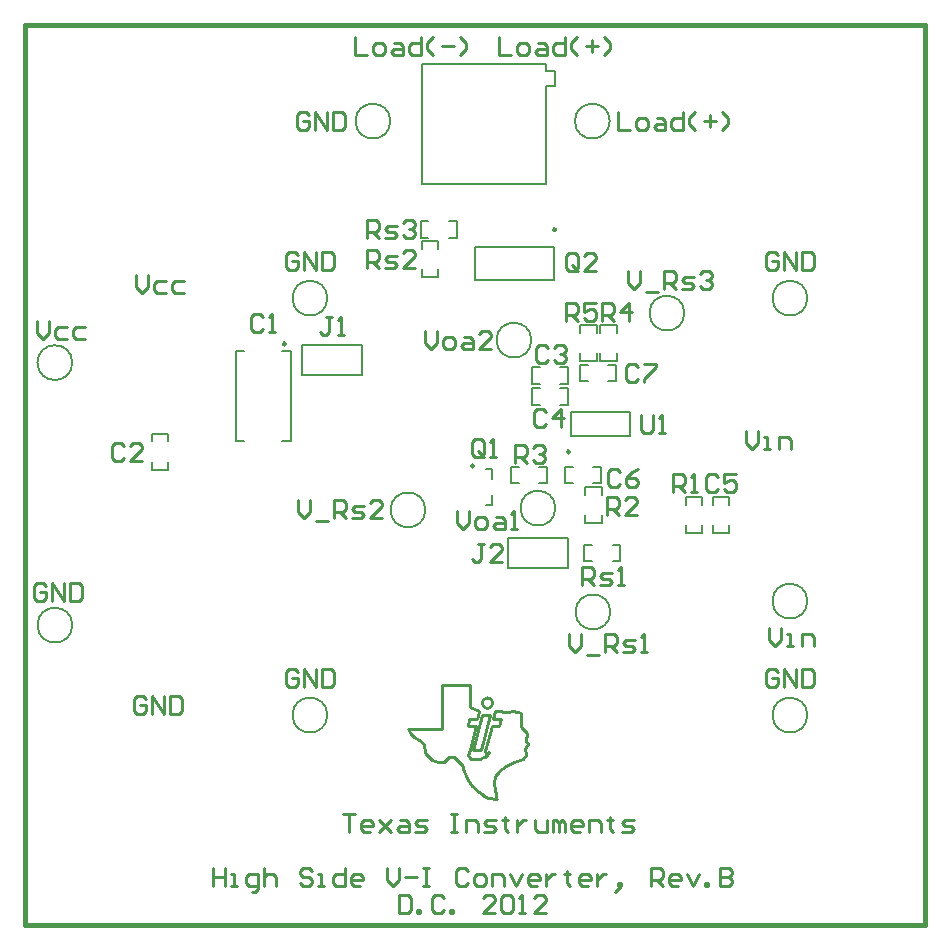
<source format=gto>
%FSLAX24Y24*%
%MOIN*%
G70*
G01*
G75*
G04 Layer_Color=65535*
%ADD10R,0.0394X0.0374*%
%ADD11R,0.0374X0.0394*%
%ADD12R,0.1299X0.0945*%
%ADD13R,0.0394X0.0945*%
%ADD14R,0.0965X0.1004*%
%ADD15O,0.0236X0.0748*%
%ADD16R,0.0591X0.0236*%
%ADD17C,0.0450*%
%ADD18C,0.0250*%
%ADD19C,0.0500*%
%ADD20C,0.1000*%
%ADD21C,0.0200*%
%ADD22C,0.0800*%
%ADD23C,0.3937*%
%ADD24R,0.0750X0.0750*%
%ADD25C,0.0748*%
%ADD26C,0.0591*%
%ADD27R,0.0591X0.0591*%
%ADD28C,0.0950*%
%ADD29C,0.1000*%
%ADD30C,0.0500*%
%ADD31C,0.0250*%
%ADD32C,0.0070*%
%ADD33C,0.0098*%
%ADD34C,0.0098*%
%ADD35C,0.0079*%
%ADD36C,0.0150*%
%ADD37C,0.0100*%
D32*
X13350Y13840D02*
G03*
X13350Y13840I-580J0D01*
G01*
X17680Y13900D02*
G03*
X17680Y13900I-580J0D01*
G01*
X26080Y10800D02*
G03*
X26080Y10800I-580J0D01*
G01*
X21980Y20400D02*
G03*
X21980Y20400I-580J0D01*
G01*
X1580Y10000D02*
G03*
X1580Y10000I-580J0D01*
G01*
Y18750D02*
G03*
X1580Y18750I-580J0D01*
G01*
X19515Y10440D02*
G03*
X19515Y10440I-580J0D01*
G01*
X16880Y19500D02*
G03*
X16880Y19500I-580J0D01*
G01*
X19495Y26800D02*
G03*
X19495Y26800I-580J0D01*
G01*
X26080Y7000D02*
G03*
X26080Y7000I-580J0D01*
G01*
X10080Y7001D02*
G03*
X10080Y7001I-580J0D01*
G01*
Y20899D02*
G03*
X10080Y20899I-580J0D01*
G01*
X26080D02*
G03*
X26080Y20899I-580J0D01*
G01*
X12180Y26800D02*
G03*
X12180Y26800I-580J0D01*
G01*
X14134Y22910D02*
X14394D01*
Y23455D01*
X14134D02*
X14394D01*
X13194D02*
X13454D01*
X13194Y22910D02*
Y23455D01*
Y22910D02*
X13454D01*
X13227Y22540D02*
Y22800D01*
X13772D01*
Y22540D02*
Y22800D01*
Y21600D02*
Y21860D01*
X13227Y21600D02*
X13772D01*
X13227D02*
Y21860D01*
X22027Y14010D02*
Y14270D01*
X22572D01*
Y14010D02*
Y14270D01*
Y13070D02*
Y13330D01*
X22027Y13070D02*
X22572D01*
X22027D02*
Y13330D01*
X19223Y13400D02*
Y13660D01*
X18678Y13400D02*
X19223D01*
X18678D02*
Y13660D01*
Y14340D02*
Y14600D01*
X19223D01*
Y14340D02*
Y14600D01*
X18500Y18673D02*
X18760D01*
X18500Y18128D02*
Y18673D01*
Y18128D02*
X18760D01*
X19440D02*
X19700D01*
Y18673D01*
X19440D02*
X19700D01*
X19177Y19740D02*
Y20000D01*
X19722D01*
Y19740D02*
Y20000D01*
Y18800D02*
Y19060D01*
X19177Y18800D02*
X19722D01*
X19177D02*
Y19060D01*
X18512Y19740D02*
Y20000D01*
X19057D01*
Y19740D02*
Y20000D01*
Y18800D02*
Y19060D01*
X18512Y18800D02*
X19057D01*
X18512D02*
Y19060D01*
X18650Y12127D02*
X18910D01*
X18650D02*
Y12672D01*
X18910D01*
X19590D02*
X19850D01*
Y12127D02*
Y12672D01*
X19590Y12127D02*
X19850D01*
X4773Y15184D02*
Y15444D01*
X4228Y15184D02*
X4773D01*
X4228D02*
Y15444D01*
Y16124D02*
Y16384D01*
X4773D01*
Y16124D02*
Y16384D01*
X8856Y16129D02*
Y19121D01*
X7044Y16129D02*
Y19121D01*
X8585D02*
X8856D01*
X8585Y16129D02*
X8856D01*
X7044Y19121D02*
X7315D01*
X7044Y16129D02*
X7315D01*
X13250Y24711D02*
Y28691D01*
Y24711D02*
X17360D01*
X17370Y27961D02*
X17680D01*
X17370Y24711D02*
Y27961D01*
Y28481D02*
Y28691D01*
Y28481D02*
X17680D01*
X13250Y28691D02*
X17360D01*
X17680Y27961D02*
Y28481D01*
X16900Y18053D02*
X17160D01*
X16900D02*
Y18597D01*
X17160D01*
X17840D02*
X18100D01*
Y18053D02*
Y18597D01*
X17840Y18053D02*
X18100D01*
X16900Y17353D02*
X17160D01*
X16900D02*
Y17897D01*
X17160D01*
X17840D02*
X18100D01*
Y17353D02*
Y17897D01*
X17840Y17353D02*
X18100D01*
X16200Y14727D02*
X16460D01*
X16200D02*
Y15272D01*
X16460D01*
X17140D02*
X17400D01*
Y14727D02*
Y15272D01*
X17140Y14727D02*
X17400D01*
X18940Y15273D02*
X19200D01*
Y14728D02*
Y15273D01*
X18940Y14728D02*
X19200D01*
X18000D02*
X18260D01*
X18000D02*
Y15273D01*
X18260D01*
X23473Y13070D02*
Y13330D01*
X22928Y13070D02*
X23473D01*
X22928D02*
Y13330D01*
Y14010D02*
Y14270D01*
X23473D01*
Y14010D02*
Y14270D01*
D33*
X17698Y23183D02*
G03*
X17698Y23183I-49J0D01*
G01*
X8698Y19373D02*
G03*
X8698Y19373I-49J0D01*
G01*
X18165Y15775D02*
G03*
X18165Y15775I-49J0D01*
G01*
X14975Y15309D02*
G03*
X14975Y15309I-49J0D01*
G01*
D34*
X15597Y7398D02*
G03*
X15597Y7398I-175J0D01*
G01*
X15132Y7118D02*
Y7148D01*
X15662Y7138D02*
X15842Y7148D01*
X14932Y5848D02*
X15242Y7008D01*
X16132Y7098D02*
X16242Y7128D01*
X16452Y7098D01*
X15842Y7148D02*
X15962Y7118D01*
X13902Y6628D02*
Y7988D01*
X13822Y6548D02*
X13902D01*
X12782D02*
X13822D01*
X12782D02*
X12802Y6508D01*
X12852Y6388D01*
X12962Y6278D01*
X13132Y6178D01*
X13292Y6048D01*
X13352Y5728D02*
X13572Y5508D01*
X13662Y5458D01*
X13762Y5448D01*
X13982D01*
X14122Y5588D01*
X14312D01*
X14372Y5528D01*
X14592Y5308D01*
Y5218D02*
Y5308D01*
Y5218D02*
X14752Y4908D01*
X14882Y4678D01*
X15122Y4438D01*
X15222Y4378D01*
X15282Y4328D01*
X15312Y4308D01*
X15432Y4228D01*
X15742Y4198D01*
X15712Y4218D02*
X15742Y4198D01*
X15692Y4378D02*
X15712Y4218D01*
X15662Y4518D02*
X15692Y4378D01*
X15642Y4728D02*
X15662Y4518D01*
X15642Y4728D02*
X15672Y4958D01*
X15792Y5118D02*
X15812Y5138D01*
X16032Y5318D01*
X16312Y5448D01*
X16512Y5508D01*
X16612Y5528D01*
X16712Y5668D01*
X16682Y5888D02*
X16712Y5668D01*
X16682Y5888D02*
X16712Y5928D01*
X16772Y6038D01*
X16542Y6598D02*
X16722Y6388D01*
X16542Y6598D02*
Y7058D01*
X16452Y7098D02*
X16542Y7058D01*
X16032Y7108D02*
X16132Y7098D01*
X15962Y7118D02*
X16032Y7108D01*
X14822Y7258D02*
X15132Y7148D01*
X14822Y7968D02*
Y7988D01*
X13902D02*
X14822D01*
Y7258D02*
Y7968D01*
X13902Y6548D02*
Y6628D01*
X15082Y6868D02*
X15132Y7108D01*
X14812Y6868D02*
X15082D01*
X14782Y6648D02*
X14812Y6868D01*
X14782Y6648D02*
X15032D01*
X14792Y5738D02*
X15032Y6648D01*
X14772Y5678D02*
X14792Y5738D01*
X15212Y5558D02*
X15292Y5588D01*
X15342Y5608D01*
X15422Y5688D01*
X15482Y5778D01*
X15382Y5748D02*
X15482Y5778D01*
X15332Y5758D02*
X15382Y5748D01*
X15332Y5758D02*
X15342Y5818D01*
X15562Y6648D01*
X15812D01*
X15862Y6868D01*
X15612D02*
X15862D01*
X15612D02*
X15662Y7138D01*
X14892Y5548D02*
X15002Y5528D01*
X15102D01*
X15242Y7008D02*
X15512D01*
X15202Y5848D02*
X15512Y7008D01*
X14932Y5848D02*
X15202D01*
X15102Y5528D02*
X15192Y5548D01*
X14772Y5668D02*
X14812Y5588D01*
X14882Y5548D01*
X13292Y6048D02*
X13352Y5728D01*
X15672Y4958D02*
X15792Y5118D01*
X16712Y6138D02*
X16722Y6388D01*
X16712Y6138D02*
X16772Y6038D01*
D35*
X15011Y21490D02*
Y22592D01*
X17649Y21490D02*
Y22592D01*
X15011Y21490D02*
X17649D01*
X15011Y22592D02*
X17649D01*
X9250Y19337D02*
X11250D01*
X9250Y18337D02*
Y19337D01*
Y18337D02*
X11250D01*
Y19337D01*
X18216Y16306D02*
X20184D01*
X18216Y17094D02*
X20184D01*
X18216Y16306D02*
Y17094D01*
X20184Y16306D02*
Y17094D01*
X15576Y14009D02*
Y14324D01*
X15379Y14009D02*
X15576D01*
Y14876D02*
Y15191D01*
X15379D02*
X15576D01*
X16100Y12900D02*
X18100D01*
X16100Y11900D02*
Y12900D01*
Y11900D02*
X18100D01*
Y12900D01*
D36*
X0Y30000D02*
X30000D01*
Y0D02*
Y30000D01*
X0Y0D02*
X30000D01*
X0D02*
Y30000D01*
D37*
X9100Y14180D02*
Y13780D01*
X9300Y13580D01*
X9500Y13780D01*
Y14180D01*
X9700Y13480D02*
X10100D01*
X10300Y13580D02*
Y14180D01*
X10600D01*
X10699Y14080D01*
Y13880D01*
X10600Y13780D01*
X10300D01*
X10500D02*
X10699Y13580D01*
X10899D02*
X11199D01*
X11299Y13680D01*
X11199Y13780D01*
X10999D01*
X10899Y13880D01*
X10999Y13980D01*
X11299D01*
X11899Y13580D02*
X11499D01*
X11899Y13980D01*
Y14080D01*
X11799Y14180D01*
X11599D01*
X11499Y14080D01*
X20430Y18600D02*
X20330Y18700D01*
X20130D01*
X20030Y18600D01*
Y18200D01*
X20130Y18100D01*
X20330D01*
X20430Y18200D01*
X20630Y18700D02*
X21030D01*
Y18600D01*
X20630Y18200D01*
Y18100D01*
X11410Y22900D02*
Y23500D01*
X11710D01*
X11810Y23400D01*
Y23200D01*
X11710Y23100D01*
X11410D01*
X11610D02*
X11810Y22900D01*
X12010D02*
X12310D01*
X12410Y23000D01*
X12310Y23100D01*
X12110D01*
X12010Y23200D01*
X12110Y23300D01*
X12410D01*
X12610Y23400D02*
X12710Y23500D01*
X12910D01*
X13009Y23400D01*
Y23300D01*
X12910Y23200D01*
X12810D01*
X12910D01*
X13009Y23100D01*
Y23000D01*
X12910Y22900D01*
X12710D01*
X12610Y23000D01*
X20100Y21800D02*
Y21400D01*
X20300Y21200D01*
X20500Y21400D01*
Y21800D01*
X20700Y21100D02*
X21100D01*
X21300Y21200D02*
Y21800D01*
X21600D01*
X21699Y21700D01*
Y21500D01*
X21600Y21400D01*
X21300D01*
X21500D02*
X21699Y21200D01*
X21899D02*
X22199D01*
X22299Y21300D01*
X22199Y21400D01*
X21999D01*
X21899Y21500D01*
X21999Y21600D01*
X22299D01*
X22499Y21700D02*
X22599Y21800D01*
X22799D01*
X22899Y21700D01*
Y21600D01*
X22799Y21500D01*
X22699D01*
X22799D01*
X22899Y21400D01*
Y21300D01*
X22799Y21200D01*
X22599D01*
X22499Y21300D01*
X20540Y17000D02*
Y16500D01*
X20640Y16400D01*
X20840D01*
X20940Y16500D01*
Y17000D01*
X21140Y16400D02*
X21340D01*
X21240D01*
Y17000D01*
X21140Y16900D01*
X7950Y20275D02*
X7850Y20375D01*
X7650D01*
X7550Y20275D01*
Y19875D01*
X7650Y19775D01*
X7850D01*
X7950Y19875D01*
X8150Y19775D02*
X8350D01*
X8250D01*
Y20375D01*
X8150Y20275D01*
X3290Y15984D02*
X3190Y16084D01*
X2990D01*
X2890Y15984D01*
Y15584D01*
X2990Y15484D01*
X3190D01*
X3290Y15584D01*
X3890Y15484D02*
X3490D01*
X3890Y15884D01*
Y15984D01*
X3790Y16084D01*
X3590D01*
X3490Y15984D01*
X17430Y19250D02*
X17330Y19350D01*
X17130D01*
X17030Y19250D01*
Y18850D01*
X17130Y18750D01*
X17330D01*
X17430Y18850D01*
X17630Y19250D02*
X17730Y19350D01*
X17930D01*
X18030Y19250D01*
Y19150D01*
X17930Y19050D01*
X17830D01*
X17930D01*
X18030Y18950D01*
Y18850D01*
X17930Y18750D01*
X17730D01*
X17630Y18850D01*
X17360Y17120D02*
X17260Y17220D01*
X17060D01*
X16960Y17120D01*
Y16720D01*
X17060Y16620D01*
X17260D01*
X17360Y16720D01*
X17860Y16620D02*
Y17220D01*
X17560Y16920D01*
X17960D01*
X23100Y14945D02*
X23000Y15045D01*
X22800D01*
X22700Y14945D01*
Y14545D01*
X22800Y14445D01*
X23000D01*
X23100Y14545D01*
X23700Y15045D02*
X23300D01*
Y14745D01*
X23500Y14845D01*
X23600D01*
X23700Y14745D01*
Y14545D01*
X23600Y14445D01*
X23400D01*
X23300Y14545D01*
X19850Y15100D02*
X19750Y15200D01*
X19550D01*
X19450Y15100D01*
Y14700D01*
X19550Y14600D01*
X19750D01*
X19850Y14700D01*
X20450Y15200D02*
X20250Y15100D01*
X20050Y14900D01*
Y14700D01*
X20150Y14600D01*
X20350D01*
X20450Y14700D01*
Y14800D01*
X20350Y14900D01*
X20050D01*
X3700Y21660D02*
Y21260D01*
X3900Y21060D01*
X4100Y21260D01*
Y21660D01*
X4700Y21460D02*
X4400D01*
X4300Y21360D01*
Y21160D01*
X4400Y21060D01*
X4700D01*
X5299Y21460D02*
X5000D01*
X4900Y21360D01*
Y21160D01*
X5000Y21060D01*
X5299D01*
X10250Y20280D02*
X10050D01*
X10150D01*
Y19780D01*
X10050Y19680D01*
X9950D01*
X9850Y19780D01*
X10450Y19680D02*
X10650D01*
X10550D01*
Y20280D01*
X10450Y20180D01*
X4050Y7550D02*
X3950Y7650D01*
X3750D01*
X3650Y7550D01*
Y7150D01*
X3750Y7050D01*
X3950D01*
X4050Y7150D01*
Y7350D01*
X3850D01*
X4250Y7050D02*
Y7650D01*
X4650Y7050D01*
Y7650D01*
X4850D02*
Y7050D01*
X5150D01*
X5249Y7150D01*
Y7550D01*
X5150Y7650D01*
X4850D01*
X24040Y16460D02*
Y16060D01*
X24240Y15860D01*
X24440Y16060D01*
Y16460D01*
X24640Y15860D02*
X24840D01*
X24740D01*
Y16260D01*
X24640D01*
X25140Y15860D02*
Y16260D01*
X25440D01*
X25540Y16160D01*
Y15860D01*
X18430Y21900D02*
Y22300D01*
X18330Y22400D01*
X18130D01*
X18030Y22300D01*
Y21900D01*
X18130Y21800D01*
X18330D01*
X18230Y22000D02*
X18430Y21800D01*
X18330D02*
X18430Y21900D01*
X19030Y21800D02*
X18630D01*
X19030Y22200D01*
Y22300D01*
X18930Y22400D01*
X18730D01*
X18630Y22300D01*
X15300Y15700D02*
Y16100D01*
X15200Y16200D01*
X15000D01*
X14900Y16100D01*
Y15700D01*
X15000Y15600D01*
X15200D01*
X15100Y15800D02*
X15300Y15600D01*
X15200D02*
X15300Y15700D01*
X15500Y15600D02*
X15700D01*
X15600D01*
Y16200D01*
X15500Y16100D01*
X21600Y14445D02*
Y15045D01*
X21900D01*
X22000Y14945D01*
Y14745D01*
X21900Y14645D01*
X21600D01*
X21800D02*
X22000Y14445D01*
X22200D02*
X22400D01*
X22300D01*
Y15045D01*
X22200Y14945D01*
X19240Y20150D02*
Y20750D01*
X19540D01*
X19640Y20650D01*
Y20450D01*
X19540Y20350D01*
X19240D01*
X19440D02*
X19640Y20150D01*
X20140D02*
Y20750D01*
X19840Y20450D01*
X20240D01*
X18030Y20150D02*
Y20750D01*
X18330D01*
X18430Y20650D01*
Y20450D01*
X18330Y20350D01*
X18030D01*
X18230D02*
X18430Y20150D01*
X19030Y20750D02*
X18630D01*
Y20450D01*
X18830Y20550D01*
X18930D01*
X19030Y20450D01*
Y20250D01*
X18930Y20150D01*
X18730D01*
X18630Y20250D01*
X16330Y15400D02*
Y16000D01*
X16630D01*
X16730Y15900D01*
Y15700D01*
X16630Y15600D01*
X16330D01*
X16530D02*
X16730Y15400D01*
X16930Y15900D02*
X17030Y16000D01*
X17230D01*
X17330Y15900D01*
Y15800D01*
X17230Y15700D01*
X17130D01*
X17230D01*
X17330Y15600D01*
Y15500D01*
X17230Y15400D01*
X17030D01*
X16930Y15500D01*
X19400Y13660D02*
Y14260D01*
X19700D01*
X19800Y14160D01*
Y13960D01*
X19700Y13860D01*
X19400D01*
X19600D02*
X19800Y13660D01*
X20400D02*
X20000D01*
X20400Y14060D01*
Y14160D01*
X20300Y14260D01*
X20100D01*
X20000Y14160D01*
X400Y20150D02*
Y19750D01*
X600Y19550D01*
X800Y19750D01*
Y20150D01*
X1400Y19950D02*
X1100D01*
X1000Y19850D01*
Y19650D01*
X1100Y19550D01*
X1400D01*
X1999Y19950D02*
X1700D01*
X1600Y19850D01*
Y19650D01*
X1700Y19550D01*
X1999D01*
X25100Y22329D02*
X25000Y22429D01*
X24800D01*
X24700Y22329D01*
Y21929D01*
X24800Y21829D01*
X25000D01*
X25100Y21929D01*
Y22129D01*
X24900D01*
X25300Y21829D02*
Y22429D01*
X25700Y21829D01*
Y22429D01*
X25900D02*
Y21829D01*
X26200D01*
X26299Y21929D01*
Y22329D01*
X26200Y22429D01*
X25900D01*
X9100Y22329D02*
X9000Y22429D01*
X8800D01*
X8700Y22329D01*
Y21929D01*
X8800Y21829D01*
X9000D01*
X9100Y21929D01*
Y22129D01*
X8900D01*
X9300Y21829D02*
Y22429D01*
X9700Y21829D01*
Y22429D01*
X9900D02*
Y21829D01*
X10200D01*
X10299Y21929D01*
Y22329D01*
X10200Y22429D01*
X9900D01*
X700Y11300D02*
X600Y11400D01*
X400D01*
X300Y11300D01*
Y10900D01*
X400Y10800D01*
X600D01*
X700Y10900D01*
Y11100D01*
X500D01*
X900Y10800D02*
Y11400D01*
X1300Y10800D01*
Y11400D01*
X1500D02*
Y10800D01*
X1800D01*
X1899Y10900D01*
Y11300D01*
X1800Y11400D01*
X1500D01*
X9470Y27000D02*
X9370Y27100D01*
X9170D01*
X9070Y27000D01*
Y26600D01*
X9170Y26500D01*
X9370D01*
X9470Y26600D01*
Y26800D01*
X9270D01*
X9670Y26500D02*
Y27100D01*
X10070Y26500D01*
Y27100D01*
X10270D02*
Y26500D01*
X10570D01*
X10669Y26600D01*
Y27000D01*
X10570Y27100D01*
X10270D01*
X9100Y8431D02*
X9000Y8531D01*
X8800D01*
X8700Y8431D01*
Y8031D01*
X8800Y7931D01*
X9000D01*
X9100Y8031D01*
Y8231D01*
X8900D01*
X9300Y7931D02*
Y8531D01*
X9700Y7931D01*
Y8531D01*
X9900D02*
Y7931D01*
X10200D01*
X10299Y8031D01*
Y8431D01*
X10200Y8531D01*
X9900D01*
X24800Y9900D02*
Y9500D01*
X25000Y9300D01*
X25200Y9500D01*
Y9900D01*
X25400Y9300D02*
X25600D01*
X25500D01*
Y9700D01*
X25400D01*
X25900Y9300D02*
Y9700D01*
X26200D01*
X26300Y9600D01*
Y9300D01*
X14400Y13800D02*
Y13400D01*
X14600Y13200D01*
X14800Y13400D01*
Y13800D01*
X15100Y13200D02*
X15300D01*
X15400Y13300D01*
Y13500D01*
X15300Y13600D01*
X15100D01*
X15000Y13500D01*
Y13300D01*
X15100Y13200D01*
X15700Y13600D02*
X15900D01*
X15999Y13500D01*
Y13200D01*
X15700D01*
X15600Y13300D01*
X15700Y13400D01*
X15999D01*
X16199Y13200D02*
X16399D01*
X16299D01*
Y13800D01*
X16199Y13700D01*
X19755Y27100D02*
Y26500D01*
X20155D01*
X20455D02*
X20655D01*
X20755Y26600D01*
Y26800D01*
X20655Y26900D01*
X20455D01*
X20355Y26800D01*
Y26600D01*
X20455Y26500D01*
X21055Y26900D02*
X21254D01*
X21354Y26800D01*
Y26500D01*
X21055D01*
X20955Y26600D01*
X21055Y26700D01*
X21354D01*
X21954Y27100D02*
Y26500D01*
X21654D01*
X21554Y26600D01*
Y26800D01*
X21654Y26900D01*
X21954D01*
X22354Y26500D02*
X22154Y26700D01*
Y26900D01*
X22354Y27100D01*
X22654Y26800D02*
X23054D01*
X22854Y27000D02*
Y26600D01*
X23254Y26500D02*
X23454Y26700D01*
Y26900D01*
X23254Y27100D01*
X18135Y9700D02*
Y9300D01*
X18335Y9100D01*
X18535Y9300D01*
Y9700D01*
X18735Y9000D02*
X19135D01*
X19335Y9100D02*
Y9700D01*
X19635D01*
X19735Y9600D01*
Y9400D01*
X19635Y9300D01*
X19335D01*
X19535D02*
X19735Y9100D01*
X19934D02*
X20234D01*
X20334Y9200D01*
X20234Y9300D01*
X20034D01*
X19934Y9400D01*
X20034Y9500D01*
X20334D01*
X20534Y9100D02*
X20734D01*
X20634D01*
Y9700D01*
X20534Y9600D01*
X13340Y19810D02*
Y19410D01*
X13540Y19210D01*
X13740Y19410D01*
Y19810D01*
X14040Y19210D02*
X14240D01*
X14340Y19310D01*
Y19510D01*
X14240Y19610D01*
X14040D01*
X13940Y19510D01*
Y19310D01*
X14040Y19210D01*
X14640Y19610D02*
X14840D01*
X14939Y19510D01*
Y19210D01*
X14640D01*
X14540Y19310D01*
X14640Y19410D01*
X14939D01*
X15539Y19210D02*
X15139D01*
X15539Y19610D01*
Y19710D01*
X15439Y19810D01*
X15239D01*
X15139Y19710D01*
X18580Y11340D02*
Y11940D01*
X18880D01*
X18980Y11840D01*
Y11640D01*
X18880Y11540D01*
X18580D01*
X18780D02*
X18980Y11340D01*
X19180D02*
X19480D01*
X19580Y11440D01*
X19480Y11540D01*
X19280D01*
X19180Y11640D01*
X19280Y11740D01*
X19580D01*
X19780Y11340D02*
X19980D01*
X19880D01*
Y11940D01*
X19780Y11840D01*
X11410Y21910D02*
Y22510D01*
X11710D01*
X11810Y22410D01*
Y22210D01*
X11710Y22110D01*
X11410D01*
X11610D02*
X11810Y21910D01*
X12010D02*
X12310D01*
X12410Y22010D01*
X12310Y22110D01*
X12110D01*
X12010Y22210D01*
X12110Y22310D01*
X12410D01*
X13009Y21910D02*
X12610D01*
X13009Y22310D01*
Y22410D01*
X12910Y22510D01*
X12710D01*
X12610Y22410D01*
X25100Y8430D02*
X25000Y8530D01*
X24800D01*
X24700Y8430D01*
Y8030D01*
X24800Y7930D01*
X25000D01*
X25100Y8030D01*
Y8230D01*
X24900D01*
X25300Y7930D02*
Y8530D01*
X25700Y7930D01*
Y8530D01*
X25900D02*
Y7930D01*
X26200D01*
X26299Y8030D01*
Y8430D01*
X26200Y8530D01*
X25900D01*
X15300Y12700D02*
X15100D01*
X15200D01*
Y12200D01*
X15100Y12100D01*
X15000D01*
X14900Y12200D01*
X15900Y12100D02*
X15500D01*
X15900Y12500D01*
Y12600D01*
X15800Y12700D01*
X15600D01*
X15500Y12600D01*
X6270Y1910D02*
Y1310D01*
Y1610D01*
X6670D01*
Y1910D01*
Y1310D01*
X6870D02*
X7070D01*
X6970D01*
Y1710D01*
X6870D01*
X7570Y1110D02*
X7670D01*
X7770Y1210D01*
Y1710D01*
X7470D01*
X7370Y1610D01*
Y1410D01*
X7470Y1310D01*
X7770D01*
X7969Y1910D02*
Y1310D01*
Y1610D01*
X8069Y1710D01*
X8269D01*
X8369Y1610D01*
Y1310D01*
X9569Y1810D02*
X9469Y1910D01*
X9269D01*
X9169Y1810D01*
Y1710D01*
X9269Y1610D01*
X9469D01*
X9569Y1510D01*
Y1410D01*
X9469Y1310D01*
X9269D01*
X9169Y1410D01*
X9769Y1310D02*
X9969D01*
X9869D01*
Y1710D01*
X9769D01*
X10669Y1910D02*
Y1310D01*
X10369D01*
X10269Y1410D01*
Y1610D01*
X10369Y1710D01*
X10669D01*
X11168Y1310D02*
X10968D01*
X10869Y1410D01*
Y1610D01*
X10968Y1710D01*
X11168D01*
X11268Y1610D01*
Y1510D01*
X10869D01*
X12068Y1910D02*
Y1510D01*
X12268Y1310D01*
X12468Y1510D01*
Y1910D01*
X12668Y1610D02*
X13068D01*
X13268Y1910D02*
X13468D01*
X13368D01*
Y1310D01*
X13268D01*
X13468D01*
X14767Y1810D02*
X14667Y1910D01*
X14467D01*
X14367Y1810D01*
Y1410D01*
X14467Y1310D01*
X14667D01*
X14767Y1410D01*
X15067Y1310D02*
X15267D01*
X15367Y1410D01*
Y1610D01*
X15267Y1710D01*
X15067D01*
X14967Y1610D01*
Y1410D01*
X15067Y1310D01*
X15567D02*
Y1710D01*
X15867D01*
X15967Y1610D01*
Y1310D01*
X16167Y1710D02*
X16367Y1310D01*
X16567Y1710D01*
X17067Y1310D02*
X16867D01*
X16767Y1410D01*
Y1610D01*
X16867Y1710D01*
X17067D01*
X17166Y1610D01*
Y1510D01*
X16767D01*
X17366Y1710D02*
Y1310D01*
Y1510D01*
X17466Y1610D01*
X17566Y1710D01*
X17666D01*
X18066Y1810D02*
Y1710D01*
X17966D01*
X18166D01*
X18066D01*
Y1410D01*
X18166Y1310D01*
X18766D02*
X18566D01*
X18466Y1410D01*
Y1610D01*
X18566Y1710D01*
X18766D01*
X18866Y1610D01*
Y1510D01*
X18466D01*
X19066Y1710D02*
Y1310D01*
Y1510D01*
X19166Y1610D01*
X19266Y1710D01*
X19366D01*
X19766Y1210D02*
X19866Y1310D01*
Y1410D01*
X19766D01*
Y1310D01*
X19866D01*
X19766Y1210D01*
X19666Y1110D01*
X20865Y1310D02*
Y1910D01*
X21165D01*
X21265Y1810D01*
Y1610D01*
X21165Y1510D01*
X20865D01*
X21065D02*
X21265Y1310D01*
X21765D02*
X21565D01*
X21465Y1410D01*
Y1610D01*
X21565Y1710D01*
X21765D01*
X21865Y1610D01*
Y1510D01*
X21465D01*
X22065Y1710D02*
X22265Y1310D01*
X22465Y1710D01*
X22665Y1310D02*
Y1410D01*
X22765D01*
Y1310D01*
X22665D01*
X23165Y1910D02*
Y1310D01*
X23464D01*
X23564Y1410D01*
Y1510D01*
X23464Y1610D01*
X23165D01*
X23464D01*
X23564Y1710D01*
Y1810D01*
X23464Y1910D01*
X23165D01*
X12460Y1000D02*
Y400D01*
X12760D01*
X12860Y500D01*
Y900D01*
X12760Y1000D01*
X12460D01*
X13060Y400D02*
Y500D01*
X13160D01*
Y400D01*
X13060D01*
X13960Y900D02*
X13860Y1000D01*
X13660D01*
X13560Y900D01*
Y500D01*
X13660Y400D01*
X13860D01*
X13960Y500D01*
X14159Y400D02*
Y500D01*
X14259D01*
Y400D01*
X14159D01*
X15659D02*
X15259D01*
X15659Y800D01*
Y900D01*
X15559Y1000D01*
X15359D01*
X15259Y900D01*
X15859D02*
X15959Y1000D01*
X16159D01*
X16259Y900D01*
Y500D01*
X16159Y400D01*
X15959D01*
X15859Y500D01*
Y900D01*
X16459Y400D02*
X16659D01*
X16559D01*
Y1000D01*
X16459Y900D01*
X17358Y400D02*
X16959D01*
X17358Y800D01*
Y900D01*
X17258Y1000D01*
X17059D01*
X16959Y900D01*
X10600Y3700D02*
X11000D01*
X10800D01*
Y3100D01*
X11500D02*
X11300D01*
X11200Y3200D01*
Y3400D01*
X11300Y3500D01*
X11500D01*
X11600Y3400D01*
Y3300D01*
X11200D01*
X11800Y3500D02*
X12199Y3100D01*
X12000Y3300D01*
X12199Y3500D01*
X11800Y3100D01*
X12499Y3500D02*
X12699D01*
X12799Y3400D01*
Y3100D01*
X12499D01*
X12399Y3200D01*
X12499Y3300D01*
X12799D01*
X12999Y3100D02*
X13299D01*
X13399Y3200D01*
X13299Y3300D01*
X13099D01*
X12999Y3400D01*
X13099Y3500D01*
X13399D01*
X14199Y3700D02*
X14399D01*
X14299D01*
Y3100D01*
X14199D01*
X14399D01*
X14699D02*
Y3500D01*
X14999D01*
X15099Y3400D01*
Y3100D01*
X15298D02*
X15598D01*
X15698Y3200D01*
X15598Y3300D01*
X15398D01*
X15298Y3400D01*
X15398Y3500D01*
X15698D01*
X15998Y3600D02*
Y3500D01*
X15898D01*
X16098D01*
X15998D01*
Y3200D01*
X16098Y3100D01*
X16398Y3500D02*
Y3100D01*
Y3300D01*
X16498Y3400D01*
X16598Y3500D01*
X16698D01*
X16998D02*
Y3200D01*
X17098Y3100D01*
X17398D01*
Y3500D01*
X17598Y3100D02*
Y3500D01*
X17698D01*
X17798Y3400D01*
Y3100D01*
Y3400D01*
X17898Y3500D01*
X17998Y3400D01*
Y3100D01*
X18497D02*
X18298D01*
X18198Y3200D01*
Y3400D01*
X18298Y3500D01*
X18497D01*
X18597Y3400D01*
Y3300D01*
X18198D01*
X18797Y3100D02*
Y3500D01*
X19097D01*
X19197Y3400D01*
Y3100D01*
X19497Y3600D02*
Y3500D01*
X19397D01*
X19597D01*
X19497D01*
Y3200D01*
X19597Y3100D01*
X19897D02*
X20197D01*
X20297Y3200D01*
X20197Y3300D01*
X19997D01*
X19897Y3400D01*
X19997Y3500D01*
X20297D01*
X11000Y29600D02*
Y29000D01*
X11400D01*
X11700D02*
X11900D01*
X12000Y29100D01*
Y29300D01*
X11900Y29400D01*
X11700D01*
X11600Y29300D01*
Y29100D01*
X11700Y29000D01*
X12300Y29400D02*
X12500D01*
X12599Y29300D01*
Y29000D01*
X12300D01*
X12200Y29100D01*
X12300Y29200D01*
X12599D01*
X13199Y29600D02*
Y29000D01*
X12899D01*
X12799Y29100D01*
Y29300D01*
X12899Y29400D01*
X13199D01*
X13599Y29000D02*
X13399Y29200D01*
Y29400D01*
X13599Y29600D01*
X13899Y29300D02*
X14299D01*
X14499Y29000D02*
X14699Y29200D01*
Y29400D01*
X14499Y29600D01*
X15800D02*
Y29000D01*
X16200D01*
X16500D02*
X16700D01*
X16800Y29100D01*
Y29300D01*
X16700Y29400D01*
X16500D01*
X16400Y29300D01*
Y29100D01*
X16500Y29000D01*
X17100Y29400D02*
X17300D01*
X17399Y29300D01*
Y29000D01*
X17100D01*
X17000Y29100D01*
X17100Y29200D01*
X17399D01*
X17999Y29600D02*
Y29000D01*
X17699D01*
X17599Y29100D01*
Y29300D01*
X17699Y29400D01*
X17999D01*
X18399Y29000D02*
X18199Y29200D01*
Y29400D01*
X18399Y29600D01*
X18699Y29300D02*
X19099D01*
X18899Y29500D02*
Y29100D01*
X19299Y29000D02*
X19499Y29200D01*
Y29400D01*
X19299Y29600D01*
M02*

</source>
